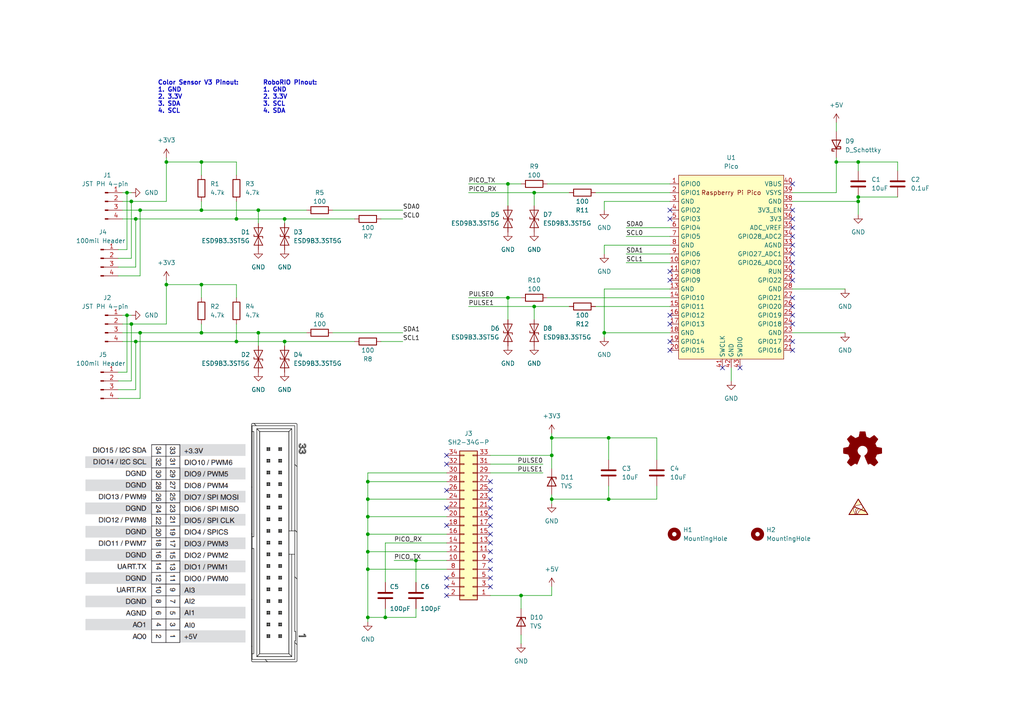
<source format=kicad_sch>
(kicad_sch (version 20211123) (generator eeschema)
  (paper "A4")
  (title_block (title "MXP Pi Pico I2C Breakout"))
  (lib_symbols
    (symbol "Connector:Conn_01x04_Male" (pin_names (offset 1.016) hide)
      (property "Reference" "J" (at 0 5.08 0))
      (property "Value" "Conn_01x04_Male" (at 0 -7.62 0))
      (symbol "Conn_01x04_Male_1_1"
        (polyline (pts (xy 1.27 -5.08) (xy 0.8636 -5.08)) (stroke (width 0.1524)))
        (polyline (pts (xy 1.27 -2.54) (xy 0.8636 -2.54)) (stroke (width 0.1524)))
        (polyline (pts (xy 1.27 0) (xy 0.8636 0)) (stroke (width 0.1524)))
        (polyline (pts (xy 1.27 2.54) (xy 0.8636 2.54)) (stroke (width 0.1524)))
        (rectangle (start 0.8636 -4.953) (end 0 -5.207) (stroke (width 0.1524)) (fill (type outline)))
        (rectangle (start 0.8636 -2.413) (end 0 -2.667) (stroke (width 0.1524)) (fill (type outline)))
        (rectangle (start 0.8636 0.127) (end 0 -0.127) (stroke (width 0.1524)) (fill (type outline)))
        (rectangle (start 0.8636 2.667) (end 0 2.413) (stroke (width 0.1524)) (fill (type outline)))
        (pin passive line (at 5.08 2.54 180) (length 3.81) (name "Pin_1") (number "1"))
        (pin passive line (at 5.08 0 180) (length 3.81) (name "Pin_2") (number "2"))
        (pin passive line (at 5.08 -2.54 180) (length 3.81) (name "Pin_3") (number "3"))
        (pin passive line (at 5.08 -5.08 180) (length 3.81) (name "Pin_4") (number "4"))
      )
    )
    (symbol "Connector_Generic:Conn_02x17_Odd_Even" (pin_names (offset 1.016) hide)
      (property "Reference" "J" (at 1.27 22.86 0))
      (property "Value" "Conn_02x17_Odd_Even" (at 1.27 -22.86 0))
      (symbol "Conn_02x17_Odd_Even_1_1"
        (rectangle (start -1.27 -20.193) (end 0 -20.447) (stroke (width 0.1524)))
        (rectangle (start -1.27 -17.653) (end 0 -17.907) (stroke (width 0.1524)))
        (rectangle (start -1.27 -15.113) (end 0 -15.367) (stroke (width 0.1524)))
        (rectangle (start -1.27 -12.573) (end 0 -12.827) (stroke (width 0.1524)))
        (rectangle (start -1.27 -10.033) (end 0 -10.287) (stroke (width 0.1524)))
        (rectangle (start -1.27 -7.493) (end 0 -7.747) (stroke (width 0.1524)))
        (rectangle (start -1.27 -4.953) (end 0 -5.207) (stroke (width 0.1524)))
        (rectangle (start -1.27 -2.413) (end 0 -2.667) (stroke (width 0.1524)))
        (rectangle (start -1.27 0.127) (end 0 -0.127) (stroke (width 0.1524)))
        (rectangle (start -1.27 2.667) (end 0 2.413) (stroke (width 0.1524)))
        (rectangle (start -1.27 5.207) (end 0 4.953) (stroke (width 0.1524)))
        (rectangle (start -1.27 7.747) (end 0 7.493) (stroke (width 0.1524)))
        (rectangle (start -1.27 10.287) (end 0 10.033) (stroke (width 0.1524)))
        (rectangle (start -1.27 12.827) (end 0 12.573) (stroke (width 0.1524)))
        (rectangle (start -1.27 15.367) (end 0 15.113) (stroke (width 0.1524)))
        (rectangle (start -1.27 17.907) (end 0 17.653) (stroke (width 0.1524)))
        (rectangle (start -1.27 20.447) (end 0 20.193) (stroke (width 0.1524)))
        (rectangle (start -1.27 21.59) (end 3.81 -21.59) (stroke (width 0.254)) (fill (type background)))
        (rectangle (start 3.81 -20.193) (end 2.54 -20.447) (stroke (width 0.1524)))
        (rectangle (start 3.81 -17.653) (end 2.54 -17.907) (stroke (width 0.1524)))
        (rectangle (start 3.81 -15.113) (end 2.54 -15.367) (stroke (width 0.1524)))
        (rectangle (start 3.81 -12.573) (end 2.54 -12.827) (stroke (width 0.1524)))
        (rectangle (start 3.81 -10.033) (end 2.54 -10.287) (stroke (width 0.1524)))
        (rectangle (start 3.81 -7.493) (end 2.54 -7.747) (stroke (width 0.1524)))
        (rectangle (start 3.81 -4.953) (end 2.54 -5.207) (stroke (width 0.1524)))
        (rectangle (start 3.81 -2.413) (end 2.54 -2.667) (stroke (width 0.1524)))
        (rectangle (start 3.81 0.127) (end 2.54 -0.127) (stroke (width 0.1524)))
        (rectangle (start 3.81 2.667) (end 2.54 2.413) (stroke (width 0.1524)))
        (rectangle (start 3.81 5.207) (end 2.54 4.953) (stroke (width 0.1524)))
        (rectangle (start 3.81 7.747) (end 2.54 7.493) (stroke (width 0.1524)))
        (rectangle (start 3.81 10.287) (end 2.54 10.033) (stroke (width 0.1524)))
        (rectangle (start 3.81 12.827) (end 2.54 12.573) (stroke (width 0.1524)))
        (rectangle (start 3.81 15.367) (end 2.54 15.113) (stroke (width 0.1524)))
        (rectangle (start 3.81 17.907) (end 2.54 17.653) (stroke (width 0.1524)))
        (rectangle (start 3.81 20.447) (end 2.54 20.193) (stroke (width 0.1524)))
        (pin passive line (at -5.08 20.32 0) (length 3.81) (name "Pin_1") (number "1"))
        (pin passive line (at 7.62 10.16 180) (length 3.81) (name "Pin_10") (number "10"))
        (pin passive line (at -5.08 7.62 0) (length 3.81) (name "Pin_11") (number "11"))
        (pin passive line (at 7.62 7.62 180) (length 3.81) (name "Pin_12") (number "12"))
        (pin passive line (at -5.08 5.08 0) (length 3.81) (name "Pin_13") (number "13"))
        (pin passive line (at 7.62 5.08 180) (length 3.81) (name "Pin_14") (number "14"))
        (pin passive line (at -5.08 2.54 0) (length 3.81) (name "Pin_15") (number "15"))
        (pin passive line (at 7.62 2.54 180) (length 3.81) (name "Pin_16") (number "16"))
        (pin passive line (at -5.08 0 0) (length 3.81) (name "Pin_17") (number "17"))
        (pin passive line (at 7.62 0 180) (length 3.81) (name "Pin_18") (number "18"))
        (pin passive line (at -5.08 -2.54 0) (length 3.81) (name "Pin_19") (number "19"))
        (pin passive line (at 7.62 20.32 180) (length 3.81) (name "Pin_2") (number "2"))
        (pin passive line (at 7.62 -2.54 180) (length 3.81) (name "Pin_20") (number "20"))
        (pin passive line (at -5.08 -5.08 0) (length 3.81) (name "Pin_21") (number "21"))
        (pin passive line (at 7.62 -5.08 180) (length 3.81) (name "Pin_22") (number "22"))
        (pin passive line (at -5.08 -7.62 0) (length 3.81) (name "Pin_23") (number "23"))
        (pin passive line (at 7.62 -7.62 180) (length 3.81) (name "Pin_24") (number "24"))
        (pin passive line (at -5.08 -10.16 0) (length 3.81) (name "Pin_25") (number "25"))
        (pin passive line (at 7.62 -10.16 180) (length 3.81) (name "Pin_26") (number "26"))
        (pin passive line (at -5.08 -12.7 0) (length 3.81) (name "Pin_27") (number "27"))
        (pin passive line (at 7.62 -12.7 180) (length 3.81) (name "Pin_28") (number "28"))
        (pin passive line (at -5.08 -15.24 0) (length 3.81) (name "Pin_29") (number "29"))
        (pin passive line (at -5.08 17.78 0) (length 3.81) (name "Pin_3") (number "3"))
        (pin passive line (at 7.62 -15.24 180) (length 3.81) (name "Pin_30") (number "30"))
        (pin passive line (at -5.08 -17.78 0) (length 3.81) (name "Pin_31") (number "31"))
        (pin passive line (at 7.62 -17.78 180) (length 3.81) (name "Pin_32") (number "32"))
        (pin passive line (at -5.08 -20.32 0) (length 3.81) (name "Pin_33") (number "33"))
        (pin passive line (at 7.62 -20.32 180) (length 3.81) (name "Pin_34") (number "34"))
        (pin passive line (at 7.62 17.78 180) (length 3.81) (name "Pin_4") (number "4"))
        (pin passive line (at -5.08 15.24 0) (length 3.81) (name "Pin_5") (number "5"))
        (pin passive line (at 7.62 15.24 180) (length 3.81) (name "Pin_6") (number "6"))
        (pin passive line (at -5.08 12.7 0) (length 3.81) (name "Pin_7") (number "7"))
        (pin passive line (at 7.62 12.7 180) (length 3.81) (name "Pin_8") (number "8"))
        (pin passive line (at -5.08 10.16 0) (length 3.81) (name "Pin_9") (number "9"))
      )
    )
    (symbol "Device:C" (pin_numbers hide) (pin_names (offset 0.254))
      (property "Reference" "C" (at 0.635 2.54 0))
      (property "Value" "C" (at 0.635 -2.54 0))
      (symbol "C_0_1"
        (polyline (pts (xy -2.032 -0.762) (xy 2.032 -0.762)) (stroke (width 0.508)))
        (polyline (pts (xy -2.032 0.762) (xy 2.032 0.762)) (stroke (width 0.508)))
      )
      (symbol "C_1_1"
        (pin passive line (at 0 3.81 270) (length 2.794) (name "~") (number "1"))
        (pin passive line (at 0 -3.81 90) (length 2.794) (name "~") (number "2"))
      )
    )
    (symbol "Device:D_Schottky" (pin_numbers hide) (pin_names (offset 1.016) hide)
      (property "Reference" "D" (at 0 2.54 0))
      (property "Value" "D_Schottky" (at 0 -2.54 0))
      (symbol "D_Schottky_0_1"
        (polyline (pts (xy 1.27 0) (xy -1.27 0)))
        (polyline (pts (xy 1.27 1.27) (xy 1.27 -1.27) (xy -1.27 0) (xy 1.27 1.27)) (stroke (width 0.254)))
        (polyline (pts (xy -1.905 0.635) (xy -1.905 1.27) (xy -1.27 1.27) (xy -1.27 -1.27) (xy -0.635 -1.27) (xy -0.635 -0.635)) (stroke (width 0.254)))
      )
      (symbol "D_Schottky_1_1"
        (pin passive line (at -3.81 0 0) (length 2.54) (name "K") (number "1"))
        (pin passive line (at 3.81 0 180) (length 2.54) (name "A") (number "2"))
      )
    )
    (symbol "Device:D_Zener" (pin_numbers hide) (pin_names (offset 1.016) hide)
      (property "Reference" "D" (at 0 2.54 0))
      (property "Value" "D_Zener" (at 0 -2.54 0))
      (symbol "D_Zener_0_1"
        (polyline (pts (xy 1.27 0) (xy -1.27 0)))
        (polyline (pts (xy -1.27 -1.27) (xy -1.27 1.27) (xy -0.762 1.27)) (stroke (width 0.254)))
        (polyline (pts (xy 1.27 -1.27) (xy 1.27 1.27) (xy -1.27 0) (xy 1.27 -1.27)) (stroke (width 0.254)))
      )
      (symbol "D_Zener_1_1"
        (pin passive line (at -3.81 0 0) (length 2.54) (name "K") (number "1"))
        (pin passive line (at 3.81 0 180) (length 2.54) (name "A") (number "2"))
      )
    )
    (symbol "Device:R" (pin_numbers hide) (pin_names (offset 0))
      (property "Reference" "R" (at 2.032 0 90))
      (property "Value" "R" (at 0 0 90))
      (symbol "R_0_1"
        (rectangle (start -1.016 -2.54) (end 1.016 2.54) (stroke (width 0.254)))
      )
      (symbol "R_1_1"
        (pin passive line (at 0 3.81 270) (length 1.27) (name "~") (number "1"))
        (pin passive line (at 0 -3.81 90) (length 1.27) (name "~") (number "2"))
      )
    )
    (symbol "Diode:ESD9B3.3ST5G" (pin_numbers hide) (pin_names (offset 1.016) hide)
      (property "Reference" "D" (at 0 2.54 0))
      (property "Value" "ESD9B3.3ST5G" (at 0 -2.54 0))
      (symbol "ESD9B3.3ST5G_0_1"
        (polyline (pts (xy 1.27 0) (xy -1.27 0)))
        (polyline (pts (xy -2.54 -1.27) (xy 0 0) (xy -2.54 1.27) (xy -2.54 -1.27)) (stroke (width 0.2032)))
        (polyline (pts (xy 0.508 1.27) (xy 0 1.27) (xy 0 -1.27) (xy -0.508 -1.27)) (stroke (width 0.2032)))
        (polyline (pts (xy 2.54 1.27) (xy 2.54 -1.27) (xy 0 0) (xy 2.54 1.27)) (stroke (width 0.2032)))
      )
      (symbol "ESD9B3.3ST5G_1_1"
        (pin passive line (at -3.81 0 0) (length 2.54) (name "A1") (number "1"))
        (pin passive line (at 3.81 0 180) (length 2.54) (name "A2") (number "2"))
      )
    )
    (symbol "Graphic:Logo_Open_Hardware_Small" (pin_names (offset 1.016))
      (symbol "Logo_Open_Hardware_Small_0_1"
        (polyline (pts (xy 3.3528 -4.3434) (xy 3.302 -4.318) (xy 3.175 -4.2418) (xy 2.9972 -4.1148) (xy 2.7686 -3.9624) (xy 2.54 -3.81) (xy 2.3622 -3.7084) (xy 2.2352 -3.6068) (xy 2.1844 -3.5814) (xy 2.159 -3.6068) (xy 2.0574 -3.6576) (xy 1.905 -3.7338) (xy 1.8034 -3.7846) (xy 1.6764 -3.8354) (xy 1.6002 -3.8354) (xy 1.6002 -3.8354) (xy 1.5494 -3.7338) (xy 1.4732 -3.5306) (xy 1.3462 -3.302) (xy 1.2446 -3.0226) (xy 1.1176 -2.7178) (xy 0.9652 -2.413) (xy 0.8636 -2.1082) (xy 0.7366 -1.8288) (xy 0.6604 -1.6256) (xy 0.6096 -1.4732) (xy 0.5842 -1.397) (xy 0.5842 -1.397) (xy 0.6604 -1.3208) (xy 0.7874 -1.2446) (xy 1.0414 -1.016) (xy 1.2954 -0.6858) (xy 1.4478 -0.3302) (xy 1.524 0.0762) (xy 1.4732 0.4572) (xy 1.3208 0.8128) (xy 1.0668 1.143) (xy 0.762 1.3716) (xy 0.4064 1.524) (xy 0 1.5748) (xy -0.381 1.5494) (xy -0.7366 1.397) (xy -1.0668 1.143) (xy -1.2192 0.9906) (xy -1.397 0.6604) (xy -1.524 0.3048) (xy -1.524 0.2286) (xy -1.4986 -0.1778) (xy -1.397 -0.5334) (xy -1.1938 -0.8636) (xy -0.9144 -1.143) (xy -0.8636 -1.1684) (xy -0.7366 -1.27) (xy -0.635 -1.3462) (xy -0.5842 -1.397) (xy -1.0668 -2.5908) (xy -1.143 -2.794) (xy -1.2954 -3.1242) (xy -1.397 -3.4036) (xy -1.4986 -3.6322) (xy -1.5748 -3.7846) (xy -1.6002 -3.8354) (xy -1.6002 -3.8354) (xy -1.651 -3.8354) (xy -1.7272 -3.81) (xy -1.905 -3.7338) (xy -2.0066 -3.683) (xy -2.1336 -3.6068) (xy -2.2098 -3.5814) (xy -2.2606 -3.6068) (xy -2.3622 -3.683) (xy -2.54 -3.81) (xy -2.7686 -3.9624) (xy -2.9718 -4.0894) (xy -3.1496 -4.2164) (xy -3.302 -4.318) (xy -3.3528 -4.3434) (xy -3.3782 -4.3434) (xy -3.429 -4.318) (xy -3.5306 -4.2164) (xy -3.7084 -4.064) (xy -3.937 -3.8354) (xy -3.9624 -3.81) (xy -4.1656 -3.6068) (xy -4.318 -3.4544) (xy -4.4196 -3.3274) (xy -4.445 -3.2766) (xy -4.445 -3.2766) (xy -4.4196 -3.2258) (xy -4.318 -3.0734) (xy -4.2164 -2.8956) (xy -4.064 -2.667) (xy -3.6576 -2.0828) (xy -3.8862 -1.5494) (xy -3.937 -1.3716) (xy -4.0386 -1.1684) (xy -4.0894 -1.0414) (xy -4.1148 -0.9652) (xy -4.191 -0.9398) (xy -4.318 -0.9144) (xy -4.5466 -0.8636) (xy -4.8006 -0.8128) (xy -5.0546 -0.7874) (xy -5.2578 -0.7366) (xy -5.4356 -0.7112) (xy -5.5118 -0.6858) (xy -5.5118 -0.6858) (xy -5.5372 -0.635) (xy -5.5372 -0.5588) (xy -5.5372 -0.4318) (xy -5.5626 -0.2286) (xy -5.5626 0.0762) (xy -5.5626 0.127) (xy -5.5372 0.4064) (xy -5.5372 0.635) (xy -5.5372 0.762) (xy -5.5372 0.8382) (xy -5.5372 0.8382) (xy -5.461 0.8382) (xy -5.3086 0.889) (xy -5.08 0.9144) (xy -4.826 0.9652) (xy -4.8006 0.9906) (xy -4.5466 1.0414) (xy -4.318 1.0668) (xy -4.1656 1.1176) (xy -4.0894 1.143) (xy -4.0894 1.143) (xy -4.0386 1.2446) (xy -3.9624 1.4224) (xy -3.8608 1.6256) (xy -3.7846 1.8288) (xy -3.7084 2.0066) (xy -3.6576 2.159) (xy -3.6322 2.2098) (xy -3.6322 2.2098) (xy -3.683 2.286) (xy -3.7592 2.413) (xy -3.8862 2.5908) (xy -4.064 2.8194) (xy -4.064 2.8448) (xy -4.2164 3.0734) (xy -4.3434 3.2512) (xy -4.4196 3.3782) (xy -4.445 3.4544) (xy -4.445 3.4544) (xy -4.3942 3.5052) (xy -4.2926 3.6322) (xy -4.1148 3.81) (xy -3.937 4.0132) (xy -3.8608 4.064) (xy -3.6576 4.2926) (xy -3.5052 4.4196) (xy -3.4036 4.4958) (xy -3.3528 4.5212) (xy -3.3528 4.5212) (xy -3.302 4.4704) (xy -3.1496 4.3688) (xy -2.9718 4.2418) (xy -2.7432 4.0894) (xy -2.7178 4.0894) (xy -2.4892 3.937) (xy -2.3114 3.81) (xy -2.1844 3.7084) (xy -2.1336 3.683) (xy -2.1082 3.683) (xy -2.032 3.7084) (xy -1.8542 3.7592) (xy -1.6764 3.8354) (xy -1.4732 3.937) (xy -1.27 4.0132) (xy -1.143 4.064) (xy -1.0668 4.1148) (xy -1.0668 4.1148) (xy -1.0414 4.191) (xy -1.016 4.3434) (xy -0.9652 4.572) (xy -0.9144 4.8514) (xy -0.889 4.9022) (xy -0.8382 5.1562) (xy -0.8128 5.3848) (xy -0.7874 5.5372) (xy -0.762 5.588) (xy -0.7112 5.6134) (xy -0.5842 5.6134) (xy -0.4064 5.6134) (xy -0.1524 5.6134) (xy 0.0762 5.6134) (xy 0.3302 5.6134) (xy 0.5334 5.6134) (xy 0.6858 5.588) (xy 0.7366 5.588) (xy 0.7366 5.588) (xy 0.762 5.5118) (xy 0.8128 5.334) (xy 0.8382 5.1054) (xy 0.9144 4.826) (xy 0.9144 4.7752) (xy 0.9652 4.5212) (xy 1.016 4.2926) (xy 1.0414 4.1402) (xy 1.0668 4.0894) (xy 1.0668 4.0894) (xy 1.1938 4.0386) (xy 1.3716 3.9624) (xy 1.5748 3.8608) (xy 2.0828 3.6576) (xy 2.7178 4.0894) (xy 2.7686 4.1402) (xy 2.9972 4.2926) (xy 3.175 4.4196) (xy 3.302 4.4958) (xy 3.3782 4.5212) (xy 3.3782 4.5212) (xy 3.429 4.4704) (xy 3.556 4.3434) (xy 3.7338 4.191) (xy 3.9116 3.9878) (xy 4.064 3.8354) (xy 4.2418 3.6576) (xy 4.3434 3.556) (xy 4.4196 3.4798) (xy 4.4196 3.429) (xy 4.4196 3.4036) (xy 4.3942 3.3274) (xy 4.2926 3.2004) (xy 4.1656 2.9972) (xy 4.0132 2.794) (xy 3.8862 2.5908) (xy 3.7592 2.3876) (xy 3.6576 2.2352) (xy 3.6322 2.159) (xy 3.6322 2.1336) (xy 3.683 2.0066) (xy 3.7592 1.8288) (xy 3.8608 1.6002) (xy 4.064 1.1176) (xy 4.3942 1.0414) (xy 4.5974 1.016) (xy 4.8768 0.9652) (xy 5.1308 0.9144) (xy 5.5372 0.8382) (xy 5.5626 -0.6604) (xy 5.4864 -0.6858) (xy 5.4356 -0.6858) (xy 5.2832 -0.7366) (xy 5.0546 -0.762) (xy 4.8006 -0.8128) (xy 4.5974 -0.8636) (xy 4.3688 -0.9144) (xy 4.2164 -0.9398) (xy 4.1402 -0.9398) (xy 4.1148 -0.9652) (xy 4.064 -1.0668) (xy 3.9878 -1.2446) (xy 3.9116 -1.4478) (xy 3.81 -1.651) (xy 3.7338 -1.8542) (xy 3.683 -2.0066) (xy 3.6576 -2.0828) (xy 3.683 -2.1336) (xy 3.7846 -2.2606) (xy 3.8862 -2.4638) (xy 4.0386 -2.667) (xy 4.191 -2.8956) (xy 4.318 -3.0734) (xy 4.3942 -3.2004) (xy 4.445 -3.2766) (xy 4.4196 -3.3274) (xy 4.3434 -3.429) (xy 4.1656 -3.5814) (xy 3.937 -3.8354) (xy 3.8862 -3.8608) (xy 3.683 -4.064) (xy 3.5306 -4.2164) (xy 3.4036 -4.318) (xy 3.3528 -4.3434)) (fill (type outline)))
      )
    )
    (symbol "Graphic:SYM_ESD_Small" (pin_names (offset 1.016))
      (symbol "SYM_ESD_Small_0_0"
        (polyline (pts (xy -1.27 0.381) (xy 2.159 -1.016)) (stroke (width 0.254)))
        (polyline (pts (xy -2.667 -1.905) (xy 2.794 -1.905) (xy 0 2.54) (xy -2.667 -1.905)) (stroke (width 0.254)))
        (polyline (pts (xy 2.7432 -1.905) (xy 2.7178 -1.8796) (xy 2.6162 -1.6764) (xy 2.5654 -1.6002) (xy 2.4892 -1.4986) (xy 2.4384 -1.3716) (xy 1.7526 -0.2286) (xy 1.7018 -0.127) (xy 1.6256 -0.0508) (xy 1.6002 0.0508) (xy 1.5494 0.1016) (xy 1.4986 0.2032) (xy 1.4732 0.2286) (xy 1.4732 0.2032) (xy 1.4478 0.2032) (xy 1.3208 0.0762) (xy 1.2954 0.0254) (xy 1.2954 -0.0254) (xy 1.27 -0.0762) (xy 1.2446 -0.1524) (xy 1.143 -0.254) (xy 1.0922 -0.3302) (xy 1.0414 -0.3556) (xy 0.9144 -0.4826) (xy 0.762 -0.5842) (xy 0.6604 -0.6604) (xy 0.508 -0.762) (xy 0.4572 -0.8128) (xy 0.3556 -0.8636) (xy 0.3048 -0.9144) (xy 0.2286 -0.9652) (xy 0.0762 -1.1938) (xy 0.0254 -1.2954) (xy -0.0254 -1.4224) (xy -0.0508 -1.4986) (xy -0.1016 -1.5748) (xy -0.127 -1.651) (xy -0.1778 -1.6764) (xy -0.2032 -1.7272) (xy -0.254 -1.7526) (xy -0.4064 -1.7526) (xy -0.4064 -1.7272) (xy -0.4572 -1.7018) (xy -0.4826 -1.6256) (xy -0.508 -1.524) (xy -0.508 -1.0922) (xy -0.4572 -0.889) (xy -0.4064 -0.8128) (xy -0.254 -0.6604) (xy -0.2032 -0.5842) (xy -0.127 -0.5334) (xy -0.1016 -0.4826) (xy -0.0762 -0.4064) (xy -0.0508 -0.3556) (xy -0.0254 -0.3302) (xy -0.0254 -0.2794) (xy 0 -0.2286) (xy -0.0762 -0.1524) (xy -0.127 -0.127) (xy -0.1524 -0.0762) (xy -0.2032 -0.0508) (xy -0.2286 -0.0254) (xy -0.254 -0.0254) (xy -0.3048 -0.0762) (xy -0.3556 -0.1016) (xy -0.4318 -0.127) (xy -0.4826 -0.1524) (xy -0.5588 -0.2286) (xy -0.6096 -0.254) (xy -0.8382 -0.4826) (xy -0.8128 -0.5588) (xy -0.7874 -0.5842) (xy -0.7874 -0.8636) (xy -0.8128 -0.889) (xy -0.8128 -0.9652) (xy -0.762 -1.016) (xy -0.762 -1.0414) (xy -0.6604 -1.2954) (xy -0.6604 -1.5748) (xy -0.6858 -1.6002) (xy -0.6858 -1.6256) (xy -0.7366 -1.7018) (xy -0.8382 -1.7526) (xy -0.9144 -1.7526) (xy -0.9398 -1.7272) (xy -0.9652 -1.6764) (xy -1.016 -1.6002) (xy -1.0414 -1.524) (xy -1.143 -1.27) (xy -1.2192 -1.0414) (xy -1.27 -0.9652) (xy -1.2954 -0.889) (xy -1.3208 -0.8382) (xy -1.3208 -0.8128) (xy -1.3716 -0.7112) (xy -1.397 -0.5842) (xy -1.397 -0.4826) (xy -1.3716 -0.381) (xy -1.3208 -0.254) (xy -1.2954 -0.2032) (xy -1.1938 -0.0508) (xy -1.0414 0.1524) (xy -0.9906 0.2032) (xy -0.9652 0.254) (xy -0.9144 0.3302) (xy -0.889 0.381) (xy -0.8636 0.381) (xy -0.8128 0.508) (xy -0.6096 0.7112) (xy -0.5334 0.7366) (xy -0.508 0.762) (xy -0.4318 0.762) (xy -0.3556 0.7874) (xy -0.2286 0.8128) (xy -0.1016 0.8128) (xy 0.0508 0.8382) (xy 0.2032 0.8382) (xy 0.3048 0.8636) (xy 0.4826 0.8636) (xy 0.5334 0.889) (xy 0.5842 0.889) (xy 0.6858 0.9398) (xy 0.7112 0.9652) (xy 0.762 0.9906) (xy 0.8128 1.0414) (xy 0.8636 1.0668) (xy 0.889 1.1176) (xy 0.9144 1.143) (xy 0.9144 1.1938) (xy 0.889 1.2192) (xy 0.8636 1.27) (xy 0.8128 1.3462) (xy 0.7112 1.5494) (xy 0.635 1.651) (xy 0.5842 1.7526) (xy 0.508 1.8796) (xy 0.4572 1.9558) (xy 0.381 2.0828) (xy 0.3048 2.1844) (xy 0.254 2.286) (xy 0.2032 2.3622) (xy 0.1778 2.4384) (xy 0.1016 2.5146) (xy 0.1016 2.54) (xy 0.0762 2.5654) (xy 0.0762 2.5908) (xy 0.0254 2.5908) (xy 0.0254 2.5654) (xy -0.0254 2.5146) (xy -0.1016 2.3622) (xy -0.254 2.1336) (xy -0.3048 2.032) (xy -0.4572 1.778) (xy -0.5588 1.6256) (xy -0.762 1.27) (xy -0.889 1.0668) (xy -1.016 0.8382) (xy -1.1684 0.6096) (xy -1.3208 0.3302) (xy -1.397 0.2032) (xy -1.524 -0.0254) (xy -1.778 -0.4318) (xy -1.8796 -0.635) (xy -2.0066 -0.8128) (xy -2.1082 -0.9906) (xy -2.2098 -1.143) (xy -2.286 -1.2954) (xy -2.4384 -1.5494) (xy -2.4892 -1.651) (xy -2.5654 -1.7526) (xy -2.5908 -1.8288) (xy -2.6162 -1.8796) (xy -2.6416 -1.905) (xy -2.6416 -1.9304) (xy 2.7432 -1.9304) (xy 2.7432 -1.905)) (stroke (width 0.127)) (fill (type background)))
      )
    )
    (symbol "Mechanical:MountingHole" (pin_names (offset 1.016))
      (property "Reference" "H" (at 0 5.08 0))
      (property "Value" "MountingHole" (at 0 3.175 0))
      (symbol "MountingHole_0_1"
        (circle (center 0 0) (radius 1.27) (stroke (width 1.27)))
      )
    )
    (symbol "PiPico:Pico"
      (property "Reference" "U" (at -13.97 27.94 0))
      (property "Value" "Pico" (at 0 19.05 0))
      (symbol "Pico_0_0"
        (text "Raspberry Pi Pico" (at 0 21.59 0) (effects (font (size 1.27 1.27))))
      )
      (symbol "Pico_0_1"
        (rectangle (start -15.24 26.67) (end 15.24 -26.67) (fill (type background)))
      )
      (symbol "Pico_1_1"
        (pin bidirectional line (at -17.78 24.13 0) (length 2.54) (name "GPIO0") (number "1"))
        (pin bidirectional line (at -17.78 1.27 0) (length 2.54) (name "GPIO7") (number "10"))
        (pin bidirectional line (at -17.78 -1.27 0) (length 2.54) (name "GPIO8") (number "11"))
        (pin bidirectional line (at -17.78 -3.81 0) (length 2.54) (name "GPIO9") (number "12"))
        (pin power_in line (at -17.78 -6.35 0) (length 2.54) (name "GND") (number "13"))
        (pin bidirectional line (at -17.78 -8.89 0) (length 2.54) (name "GPIO10") (number "14"))
        (pin bidirectional line (at -17.78 -11.43 0) (length 2.54) (name "GPIO11") (number "15"))
        (pin bidirectional line (at -17.78 -13.97 0) (length 2.54) (name "GPIO12") (number "16"))
        (pin bidirectional line (at -17.78 -16.51 0) (length 2.54) (name "GPIO13") (number "17"))
        (pin power_in line (at -17.78 -19.05 0) (length 2.54) (name "GND") (number "18"))
        (pin bidirectional line (at -17.78 -21.59 0) (length 2.54) (name "GPIO14") (number "19"))
        (pin bidirectional line (at -17.78 21.59 0) (length 2.54) (name "GPIO1") (number "2"))
        (pin bidirectional line (at -17.78 -24.13 0) (length 2.54) (name "GPIO15") (number "20"))
        (pin bidirectional line (at 17.78 -24.13 180) (length 2.54) (name "GPIO16") (number "21"))
        (pin bidirectional line (at 17.78 -21.59 180) (length 2.54) (name "GPIO17") (number "22"))
        (pin power_in line (at 17.78 -19.05 180) (length 2.54) (name "GND") (number "23"))
        (pin bidirectional line (at 17.78 -16.51 180) (length 2.54) (name "GPIO18") (number "24"))
        (pin bidirectional line (at 17.78 -13.97 180) (length 2.54) (name "GPIO19") (number "25"))
        (pin bidirectional line (at 17.78 -11.43 180) (length 2.54) (name "GPIO20") (number "26"))
        (pin bidirectional line (at 17.78 -8.89 180) (length 2.54) (name "GPIO21") (number "27"))
        (pin power_in line (at 17.78 -6.35 180) (length 2.54) (name "GND") (number "28"))
        (pin bidirectional line (at 17.78 -3.81 180) (length 2.54) (name "GPIO22") (number "29"))
        (pin power_in line (at -17.78 19.05 0) (length 2.54) (name "GND") (number "3"))
        (pin input line (at 17.78 -1.27 180) (length 2.54) (name "RUN") (number "30"))
        (pin bidirectional line (at 17.78 1.27 180) (length 2.54) (name "GPIO26_ADC0") (number "31"))
        (pin bidirectional line (at 17.78 3.81 180) (length 2.54) (name "GPIO27_ADC1") (number "32"))
        (pin power_in line (at 17.78 6.35 180) (length 2.54) (name "AGND") (number "33"))
        (pin bidirectional line (at 17.78 8.89 180) (length 2.54) (name "GPIO28_ADC2") (number "34"))
        (pin power_in line (at 17.78 11.43 180) (length 2.54) (name "ADC_VREF") (number "35"))
        (pin power_in line (at 17.78 13.97 180) (length 2.54) (name "3V3") (number "36"))
        (pin input line (at 17.78 16.51 180) (length 2.54) (name "3V3_EN") (number "37"))
        (pin bidirectional line (at 17.78 19.05 180) (length 2.54) (name "GND") (number "38"))
        (pin power_in line (at 17.78 21.59 180) (length 2.54) (name "VSYS") (number "39"))
        (pin bidirectional line (at -17.78 16.51 0) (length 2.54) (name "GPIO2") (number "4"))
        (pin power_in line (at 17.78 24.13 180) (length 2.54) (name "VBUS") (number "40"))
        (pin input line (at -2.54 -29.21 90) (length 2.54) (name "SWCLK") (number "41"))
        (pin power_in line (at 0 -29.21 90) (length 2.54) (name "GND") (number "42"))
        (pin bidirectional line (at 2.54 -29.21 90) (length 2.54) (name "SWDIO") (number "43"))
        (pin bidirectional line (at -17.78 13.97 0) (length 2.54) (name "GPIO3") (number "5"))
        (pin bidirectional line (at -17.78 11.43 0) (length 2.54) (name "GPIO4") (number "6"))
        (pin bidirectional line (at -17.78 8.89 0) (length 2.54) (name "GPIO5") (number "7"))
        (pin power_in line (at -17.78 6.35 0) (length 2.54) (name "GND") (number "8"))
        (pin bidirectional line (at -17.78 3.81 0) (length 2.54) (name "GPIO6") (number "9"))
      )
    )
    (symbol "power:+3.3V" (power) (pin_names (offset 0))
      (property "Value" "+3.3V" (at 0 3.556 0))
      (symbol "+3.3V_0_1"
        (polyline (pts (xy -0.762 1.27) (xy 0 2.54)))
        (polyline (pts (xy 0 0) (xy 0 2.54)))
        (polyline (pts (xy 0 2.54) (xy 0.762 1.27)))
      )
      (symbol "+3.3V_1_1"
        (pin power_in line (at 0 0 90) (length 0) hide (name "+3V3") (number "1"))
      )
    )
    (symbol "power:+5V" (power) (pin_names (offset 0))
      (property "Value" "+5V" (at 0 3.556 0))
      (symbol "+5V_0_1"
        (polyline (pts (xy -0.762 1.27) (xy 0 2.54)))
        (polyline (pts (xy 0 0) (xy 0 2.54)))
        (polyline (pts (xy 0 2.54) (xy 0.762 1.27)))
      )
      (symbol "+5V_1_1"
        (pin power_in line (at 0 0 90) (length 0) hide (name "+5V") (number "1"))
      )
    )
    (symbol "power:GND" (power) (pin_names (offset 0))
      (property "Value" "GND" (at 0 -3.81 0))
      (symbol "GND_0_1"
        (polyline (pts (xy 0 0) (xy 0 -1.27) (xy 1.27 -1.27) (xy 0 -2.54) (xy -1.27 -1.27) (xy 0 -1.27)))
      )
      (symbol "GND_1_1"
        (pin power_in line (at 0 0 270) (length 0) hide (name "GND") (number "1"))
      )
    )
  )
  (junction (at 242.57 46.99))
  (junction (at 176.53 127))
  (junction (at 106.68 179.07))
  (junction (at 106.68 154.94))
  (junction (at 39.37 63.5))
  (junction (at 36.83 91.44))
  (junction (at 74.93 96.52))
  (junction (at 106.68 149.86))
  (junction (at 154.94 55.88))
  (junction (at 48.26 46.99))
  (junction (at 147.32 53.34))
  (junction (at 111.76 179.07))
  (junction (at 106.68 139.7))
  (junction (at 160.02 127))
  (junction (at 39.37 99.06))
  (junction (at 68.58 63.5))
  (junction (at 40.64 60.96))
  (junction (at 68.58 99.06))
  (junction (at 38.1 93.98))
  (junction (at 120.65 162.56))
  (junction (at 74.93 60.96))
  (junction (at 248.92 58.42))
  (junction (at 175.26 96.52))
  (junction (at 176.53 144.78))
  (junction (at 106.68 160.02))
  (junction (at 154.94 88.9))
  (junction (at 147.32 86.36))
  (junction (at 58.42 82.55))
  (junction (at 38.1 58.42))
  (junction (at 58.42 96.52))
  (junction (at 106.68 165.1))
  (junction (at 82.55 63.5))
  (junction (at 58.42 46.99))
  (junction (at 151.13 172.72))
  (junction (at 160.02 132.08))
  (junction (at 248.92 57.15))
  (junction (at 58.42 60.96))
  (junction (at 40.64 96.52))
  (junction (at 248.92 46.99))
  (junction (at 36.83 55.88))
  (junction (at 48.26 82.55))
  (junction (at 160.02 144.78))
  (junction (at 82.55 99.06))
  (junction (at 106.68 144.78))
  (no_connect (at 209.55 106.68))
  (no_connect (at 214.63 106.68))
  (no_connect (at 129.54 147.32))
  (no_connect (at 129.54 152.4))
  (no_connect (at 142.24 144.78))
  (no_connect (at 142.24 147.32))
  (no_connect (at 129.54 134.62))
  (no_connect (at 129.54 132.08))
  (no_connect (at 142.24 142.24))
  (no_connect (at 142.24 139.7))
  (no_connect (at 129.54 142.24))
  (no_connect (at 194.31 81.28))
  (no_connect (at 194.31 78.74))
  (no_connect (at 194.31 60.96))
  (no_connect (at 194.31 63.5))
  (no_connect (at 194.31 101.6))
  (no_connect (at 194.31 99.06))
  (no_connect (at 229.87 71.12))
  (no_connect (at 229.87 66.04))
  (no_connect (at 229.87 68.58))
  (no_connect (at 229.87 73.66))
  (no_connect (at 229.87 63.5))
  (no_connect (at 229.87 78.74))
  (no_connect (at 229.87 86.36))
  (no_connect (at 229.87 81.28))
  (no_connect (at 229.87 76.2))
  (no_connect (at 229.87 93.98))
  (no_connect (at 229.87 91.44))
  (no_connect (at 229.87 88.9))
  (no_connect (at 194.31 93.98))
  (no_connect (at 194.31 91.44))
  (no_connect (at 229.87 53.34))
  (no_connect (at 229.87 60.96))
  (no_connect (at 229.87 99.06))
  (no_connect (at 229.87 101.6))
  (no_connect (at 142.24 170.18))
  (no_connect (at 142.24 165.1))
  (no_connect (at 142.24 167.64))
  (no_connect (at 142.24 162.56))
  (no_connect (at 142.24 154.94))
  (no_connect (at 142.24 157.48))
  (no_connect (at 142.24 160.02))
  (no_connect (at 142.24 152.4))
  (no_connect (at 142.24 149.86))
  (no_connect (at 129.54 167.64))
  (no_connect (at 129.54 170.18))
  (no_connect (at 129.54 172.72))
  (wire (pts (xy 58.42 86.36) (xy 58.42 82.55)))
  (wire (pts (xy 96.52 96.52) (xy 116.84 96.52)))
  (wire (pts (xy 106.68 139.7) (xy 106.68 144.78)))
  (wire (pts (xy 68.58 63.5) (xy 68.58 58.42)))
  (wire (pts (xy 34.29 80.01) (xy 40.64 80.01)))
  (wire (pts (xy 40.64 96.52) (xy 58.42 96.52)))
  (wire (pts (xy 212.09 106.68) (xy 212.09 110.49)))
  (wire (pts (xy 120.65 179.07) (xy 111.76 179.07)))
  (wire (pts (xy 135.89 86.36) (xy 147.32 86.36)))
  (wire (pts (xy 135.89 55.88) (xy 154.94 55.88)))
  (wire (pts (xy 229.87 83.82) (xy 245.11 83.82)))
  (wire (pts (xy 176.53 140.97) (xy 176.53 144.78)))
  (wire (pts (xy 110.49 63.5) (xy 116.84 63.5)))
  (wire (pts (xy 248.92 58.42) (xy 248.92 62.23)))
  (wire (pts (xy 181.61 66.04) (xy 194.31 66.04)))
  (wire (pts (xy 68.58 82.55) (xy 58.42 82.55)))
  (wire (pts (xy 58.42 46.99) (xy 48.26 46.99)))
  (wire (pts (xy 106.68 154.94) (xy 129.54 154.94)))
  (wire (pts (xy 175.26 96.52) (xy 194.31 96.52)))
  (wire (pts (xy 36.83 72.39) (xy 36.83 55.88)))
  (wire (pts (xy 58.42 60.96) (xy 74.93 60.96)))
  (wire (pts (xy 34.29 77.47) (xy 39.37 77.47)))
  (wire (pts (xy 120.65 162.56) (xy 129.54 162.56)))
  (wire (pts (xy 40.64 80.01) (xy 40.64 60.96)))
  (wire (pts (xy 35.56 96.52) (xy 40.64 96.52)))
  (wire (pts (xy 106.68 144.78) (xy 129.54 144.78)))
  (wire (pts (xy 39.37 63.5) (xy 68.58 63.5)))
  (wire (pts (xy 106.68 137.16) (xy 129.54 137.16)))
  (wire (pts (xy 48.26 58.42) (xy 48.26 46.99)))
  (wire (pts (xy 35.56 93.98) (xy 38.1 93.98)))
  (wire (pts (xy 120.65 168.91) (xy 120.65 162.56)))
  (wire (pts (xy 82.55 63.5) (xy 102.87 63.5)))
  (wire (pts (xy 142.24 134.62) (xy 157.48 134.62)))
  (wire (pts (xy 147.32 86.36) (xy 151.13 86.36)))
  (wire (pts (xy 58.42 82.55) (xy 48.26 82.55)))
  (wire (pts (xy 151.13 184.15) (xy 151.13 186.69)))
  (wire (pts (xy 68.58 46.99) (xy 58.42 46.99)))
  (wire (pts (xy 38.1 58.42) (xy 48.26 58.42)))
  (wire (pts (xy 68.58 86.36) (xy 68.58 82.55)))
  (wire (pts (xy 40.64 60.96) (xy 58.42 60.96)))
  (wire (pts (xy 34.29 115.57) (xy 40.64 115.57)))
  (wire (pts (xy 142.24 132.08) (xy 160.02 132.08)))
  (wire (pts (xy 147.32 92.71) (xy 147.32 86.36)))
  (wire (pts (xy 106.68 165.1) (xy 106.68 179.07)))
  (wire (pts (xy 74.93 60.96) (xy 74.93 64.77)))
  (wire (pts (xy 160.02 132.08) (xy 160.02 135.89)))
  (wire (pts (xy 48.26 82.55) (xy 48.26 81.28)))
  (wire (pts (xy 176.53 127) (xy 176.53 133.35)))
  (wire (pts (xy 38.1 93.98) (xy 38.1 110.49)))
  (wire (pts (xy 68.58 99.06) (xy 82.55 99.06)))
  (wire (pts (xy 106.68 149.86) (xy 106.68 154.94)))
  (wire (pts (xy 158.75 86.36) (xy 194.31 86.36)))
  (wire (pts (xy 142.24 137.16) (xy 157.48 137.16)))
  (wire (pts (xy 181.61 76.2) (xy 194.31 76.2)))
  (wire (pts (xy 68.58 63.5) (xy 82.55 63.5)))
  (wire (pts (xy 175.26 71.12) (xy 194.31 71.12)))
  (wire (pts (xy 135.89 53.34) (xy 147.32 53.34)))
  (wire (pts (xy 111.76 157.48) (xy 129.54 157.48)))
  (wire (pts (xy 248.92 57.15) (xy 248.92 58.42)))
  (wire (pts (xy 154.94 55.88) (xy 165.1 55.88)))
  (wire (pts (xy 68.58 99.06) (xy 68.58 93.98)))
  (wire (pts (xy 40.64 96.52) (xy 40.64 115.57)))
  (wire (pts (xy 48.26 93.98) (xy 48.26 82.55)))
  (wire (pts (xy 160.02 132.08) (xy 160.02 127)))
  (wire (pts (xy 74.93 60.96) (xy 88.9 60.96)))
  (wire (pts (xy 111.76 176.53) (xy 111.76 179.07)))
  (wire (pts (xy 106.68 144.78) (xy 106.68 149.86)))
  (wire (pts (xy 106.68 139.7) (xy 129.54 139.7)))
  (wire (pts (xy 82.55 99.06) (xy 102.87 99.06)))
  (wire (pts (xy 34.29 113.03) (xy 39.37 113.03)))
  (wire (pts (xy 106.68 179.07) (xy 106.68 180.34)))
  (wire (pts (xy 58.42 50.8) (xy 58.42 46.99)))
  (wire (pts (xy 34.29 74.93) (xy 38.1 74.93)))
  (wire (pts (xy 154.94 92.71) (xy 154.94 88.9)))
  (wire (pts (xy 190.5 140.97) (xy 190.5 144.78)))
  (wire (pts (xy 242.57 35.56) (xy 242.57 38.1)))
  (wire (pts (xy 135.89 88.9) (xy 154.94 88.9)))
  (wire (pts (xy 35.56 60.96) (xy 40.64 60.96)))
  (wire (pts (xy 48.26 46.99) (xy 48.26 45.72)))
  (wire (pts (xy 111.76 179.07) (xy 106.68 179.07)))
  (wire (pts (xy 38.1 74.93) (xy 38.1 58.42)))
  (wire (pts (xy 160.02 127) (xy 160.02 125.73)))
  (wire (pts (xy 175.26 96.52) (xy 175.26 97.79)))
  (wire (pts (xy 190.5 127) (xy 176.53 127)))
  (wire (pts (xy 106.68 154.94) (xy 106.68 160.02)))
  (wire (pts (xy 35.56 99.06) (xy 39.37 99.06)))
  (wire (pts (xy 175.26 83.82) (xy 175.26 96.52)))
  (wire (pts (xy 194.31 83.82) (xy 175.26 83.82)))
  (wire (pts (xy 39.37 77.47) (xy 39.37 63.5)))
  (wire (pts (xy 160.02 144.78) (xy 176.53 144.78)))
  (wire (pts (xy 181.61 73.66) (xy 194.31 73.66)))
  (wire (pts (xy 142.24 172.72) (xy 151.13 172.72)))
  (wire (pts (xy 158.75 53.34) (xy 194.31 53.34)))
  (wire (pts (xy 248.92 49.53) (xy 248.92 46.99)))
  (wire (pts (xy 242.57 46.99) (xy 242.57 55.88)))
  (wire (pts (xy 147.32 53.34) (xy 151.13 53.34)))
  (wire (pts (xy 176.53 127) (xy 160.02 127)))
  (wire (pts (xy 111.76 168.91) (xy 111.76 157.48)))
  (wire (pts (xy 35.56 91.44) (xy 36.83 91.44)))
  (wire (pts (xy 74.93 96.52) (xy 74.93 100.33)))
  (wire (pts (xy 106.68 160.02) (xy 129.54 160.02)))
  (wire (pts (xy 106.68 160.02) (xy 106.68 165.1)))
  (wire (pts (xy 172.72 88.9) (xy 194.31 88.9)))
  (wire (pts (xy 154.94 59.69) (xy 154.94 55.88)))
  (wire (pts (xy 260.35 46.99) (xy 248.92 46.99)))
  (wire (pts (xy 194.31 58.42) (xy 175.26 58.42)))
  (wire (pts (xy 36.83 55.88) (xy 38.1 55.88)))
  (wire (pts (xy 68.58 50.8) (xy 68.58 46.99)))
  (wire (pts (xy 74.93 96.52) (xy 88.9 96.52)))
  (wire (pts (xy 35.56 55.88) (xy 36.83 55.88)))
  (wire (pts (xy 36.83 91.44) (xy 36.83 107.95)))
  (wire (pts (xy 147.32 59.69) (xy 147.32 53.34)))
  (wire (pts (xy 229.87 55.88) (xy 242.57 55.88)))
  (wire (pts (xy 106.68 149.86) (xy 129.54 149.86)))
  (wire (pts (xy 82.55 63.5) (xy 82.55 64.77)))
  (wire (pts (xy 82.55 99.06) (xy 82.55 100.33)))
  (wire (pts (xy 175.26 71.12) (xy 175.26 73.66)))
  (wire (pts (xy 151.13 172.72) (xy 160.02 172.72)))
  (wire (pts (xy 39.37 99.06) (xy 68.58 99.06)))
  (wire (pts (xy 229.87 96.52) (xy 245.11 96.52)))
  (wire (pts (xy 34.29 110.49) (xy 38.1 110.49)))
  (wire (pts (xy 260.35 49.53) (xy 260.35 46.99)))
  (wire (pts (xy 58.42 96.52) (xy 58.42 93.98)))
  (wire (pts (xy 190.5 144.78) (xy 176.53 144.78)))
  (wire (pts (xy 120.65 176.53) (xy 120.65 179.07)))
  (wire (pts (xy 35.56 58.42) (xy 38.1 58.42)))
  (wire (pts (xy 181.61 68.58) (xy 194.31 68.58)))
  (wire (pts (xy 34.29 72.39) (xy 36.83 72.39)))
  (wire (pts (xy 172.72 55.88) (xy 194.31 55.88)))
  (wire (pts (xy 154.94 88.9) (xy 165.1 88.9)))
  (wire (pts (xy 34.29 107.95) (xy 36.83 107.95)))
  (wire (pts (xy 106.68 165.1) (xy 129.54 165.1)))
  (wire (pts (xy 96.52 60.96) (xy 116.84 60.96)))
  (wire (pts (xy 106.68 137.16) (xy 106.68 139.7)))
  (wire (pts (xy 242.57 45.72) (xy 242.57 46.99)))
  (wire (pts (xy 114.3 162.56) (xy 120.65 162.56)))
  (wire (pts (xy 160.02 144.78) (xy 160.02 146.05)))
  (wire (pts (xy 36.83 91.44) (xy 38.1 91.44)))
  (wire (pts (xy 110.49 99.06) (xy 116.84 99.06)))
  (wire (pts (xy 38.1 93.98) (xy 48.26 93.98)))
  (wire (pts (xy 160.02 170.18) (xy 160.02 172.72)))
  (wire (pts (xy 242.57 46.99) (xy 248.92 46.99)))
  (wire (pts (xy 151.13 172.72) (xy 151.13 176.53)))
  (wire (pts (xy 175.26 58.42) (xy 175.26 60.96)))
  (wire (pts (xy 58.42 60.96) (xy 58.42 58.42)))
  (wire (pts (xy 229.87 58.42) (xy 248.92 58.42)))
  (wire (pts (xy 248.92 57.15) (xy 260.35 57.15)))
  (wire (pts (xy 35.56 63.5) (xy 39.37 63.5)))
  (wire (pts (xy 39.37 99.06) (xy 39.37 113.03)))
  (wire (pts (xy 160.02 143.51) (xy 160.02 144.78)))
  (wire (pts (xy 190.5 127) (xy 190.5 133.35)))
  (wire (pts (xy 58.42 96.52) (xy 74.93 96.52)))
  (image (at 57.15 156.21) (scale 1.34259))
  (text "RoboRIO Pinout:\n1. GND\n2. 3.3V\n3. SCL\n4. SDA" (at 76.2 33.02 0) (effects (font (size 1.27 1.27) (thickness 0.254) bold) (justify left bottom)))
  (text "Color Sensor V3 Pinout:\n1. GND\n2. 3.3V\n3. SDA\n4. SCL" (at 45.72 33.02 0) (effects (font (size 1.27 1.27) (thickness 0.254) bold) (justify left bottom)))
  (label "SCL1" (at 116.84 99.06 0))
  (label "SDA0" (at 181.61 66.04 0))
  (label "PICO_RX" (at 114.3 157.48 0))
  (label "SCL1" (at 181.61 76.2 0))
  (label "SDA0" (at 116.84 60.96 0))
  (label "PICO_RX" (at 135.89 55.88 0))
  (label "PICO_TX" (at 135.89 53.34 0))
  (label "PULSE1" (at 135.89 88.9 0))
  (label "PULSE1" (at 157.48 137.16 180))
  (label "SCL0" (at 181.61 68.58 0))
  (label "SCL0" (at 116.84 63.5 0))
  (label "PICO_TX" (at 114.3 162.56 0))
  (label "PULSE0" (at 157.48 134.62 180))
  (label "SDA1" (at 116.84 96.52 0))
  (label "SDA1" (at 181.61 73.66 0))
  (label "PULSE0" (at 135.89 86.36 0))
  (symbol (lib_id "Connector:Conn_01x04_Male") (at 30.48 93.98 0) (unit 1)
    (property "Reference" "J2" (at 31.115 86.36 0))
    (property "Value" "JST PH 4-pin" (at 30.48 88.9 0))
    (property "Footprint" "Connector_JST:JST_PH_B4B-PH-K_1x04_P2.00mm_Vertical" (effects hide))
  )
  (symbol (lib_id "Device:D_Schottky") (at 242.57 41.91 90) (unit 1)
    (property "Reference" "D9" (at 245.11 40.9574 90) (effects (justify right)))
    (property "Value" "D_Schottky" (at 245.11 43.4974 90) (effects (justify right)))
    (property "Footprint" "Diode_SMD:D_SMA" (effects hide))
  )
  (symbol (lib_id "Device:C") (at 248.92 53.34 0) (unit 1)
    (property "Reference" "C1" (at 252.73 52.0699 0) (effects (justify left)))
    (property "Value" "10uF" (at 252.73 54.6099 0) (effects (justify left)))
    (property "Footprint" "Resistor_SMD:R_0805_2012Metric" (effects hide))
  )
  (symbol (lib_id "power:GND") (at 38.1 55.88 90) (unit 1)
    (property "Reference" "#PWR01" (effects hide))
    (property "Value" "GND" (at 41.91 55.8799 90) (effects (justify right)))
  )
  (symbol (lib_id "power:GND") (at 147.32 100.33 0) (unit 1)
    (property "Reference" "#PWR011" (effects hide))
    (property "Value" "GND" (at 147.32 105.41 0))
  )
  (symbol (lib_id "Device:C") (at 260.35 53.34 0) (unit 1)
    (property "Reference" "C2" (at 264.16 52.0699 0) (effects (justify left)))
    (property "Value" "0.1uF" (at 264.16 54.6099 0) (effects (justify left)))
    (property "Footprint" "Resistor_SMD:R_0603_1608Metric" (effects hide))
  )
  (symbol (lib_id "power:+3.3V") (at 160.02 125.73 0) (unit 1)
    (property "Reference" "#PWR024" (effects hide))
    (property "Value" "+3.3V" (at 160.02 120.65 0))
  )
  (symbol (lib_id "power:GND") (at 74.93 72.39 0) (unit 1)
    (property "Reference" "#PWR05" (effects hide))
    (property "Value" "GND" (at 74.93 77.47 0))
  )
  (symbol (lib_id "Device:C") (at 111.76 172.72 0) (unit 1)
    (property "Reference" "C5" (at 113.03 170.18 0) (effects (justify left)))
    (property "Value" "100pF" (at 113.03 176.53 0) (effects (justify left)))
    (property "Footprint" "Capacitor_SMD:C_0402_1005Metric" (effects hide))
  )
  (symbol (lib_id "Device:C") (at 190.5 137.16 0) (unit 1)
    (property "Reference" "C4" (at 194.31 135.8899 0) (effects (justify left)))
    (property "Value" "10uF" (at 194.31 138.4299 0) (effects (justify left)))
    (property "Footprint" "Resistor_SMD:R_0805_2012Metric" (effects hide))
  )
  (symbol (lib_id "power:GND") (at 175.26 73.66 0) (unit 1)
    (property "Reference" "#PWR016" (effects hide))
    (property "Value" "GND" (at 175.26 78.74 0))
  )
  (symbol (lib_id "Device:R") (at 154.94 53.34 90) (unit 1)
    (property "Reference" "R9" (at 154.94 48.26 90))
    (property "Value" "100" (at 154.94 50.8 90))
    (property "Footprint" "Resistor_SMD:R_0603_1608Metric" (effects hide))
  )
  (symbol (lib_id "Device:R") (at 92.71 60.96 90) (unit 1)
    (property "Reference" "R5" (at 92.71 55.88 90))
    (property "Value" "100" (at 92.71 58.42 90))
    (property "Footprint" "Resistor_SMD:R_0603_1608Metric" (effects hide))
  )
  (symbol (lib_id "power:GND") (at 212.09 110.49 0) (unit 1)
    (property "Reference" "#PWR018" (effects hide))
    (property "Value" "GND" (at 212.09 115.57 0))
  )
  (symbol (lib_id "Diode:ESD9B3.3ST5G") (at 82.55 104.14 270) (unit 1)
    (property "Reference" "D4" (at 85.09 102.87 90) (effects (justify left)))
    (property "Value" "ESD9B3.3ST5G" (at 85.09 105.41 90) (effects (justify left)))
    (property "Footprint" "Diode_SMD:D_SOD-923" (effects hide))
    (property "Datasheet" "https://www.onsemi.com/pub/Collateral/ESD9B-D.PDF" (effects hide))
  )
  (symbol (lib_id "Connector:Conn_01x04_Male") (at 30.48 58.42 0) (unit 1)
    (property "Reference" "J1" (at 31.115 50.8 0))
    (property "Value" "JST PH 4-pin" (at 30.48 53.34 0))
    (property "Footprint" "Connector_JST:JST_PH_B4B-PH-K_1x04_P2.00mm_Vertical" (effects hide))
  )
  (symbol (lib_id "power:GND") (at 151.13 186.69 0) (unit 1)
    (property "Reference" "#PWR023" (effects hide))
    (property "Value" "GND" (at 151.13 191.77 0))
  )
  (symbol (lib_id "power:+3.3V") (at 48.26 45.72 0) (unit 1)
    (property "Reference" "#PWR03" (effects hide))
    (property "Value" "+3.3V" (at 48.26 40.64 0))
  )
  (symbol (lib_id "power:GND") (at 154.94 100.33 0) (unit 1)
    (property "Reference" "#PWR013" (effects hide))
    (property "Value" "GND" (at 154.94 105.41 0))
  )
  (symbol (lib_id "power:GND") (at 160.02 146.05 0) (unit 1)
    (property "Reference" "#PWR025" (effects hide))
    (property "Value" "GND" (at 160.02 151.13 0))
  )
  (symbol (lib_id "power:GND") (at 245.11 83.82 0) (unit 1)
    (property "Reference" "#PWR020" (effects hide))
    (property "Value" "GND" (at 245.11 88.9 0))
  )
  (symbol (lib_id "Device:R") (at 106.68 99.06 270) (unit 1)
    (property "Reference" "R8" (at 106.68 104.14 90))
    (property "Value" "100" (at 106.68 101.6 90))
    (property "Footprint" "Resistor_SMD:R_0603_1608Metric" (effects hide))
  )
  (symbol (lib_id "Diode:ESD9B3.3ST5G") (at 74.93 104.14 270) (unit 1)
    (property "Reference" "D2" (at 69.85 102.87 90) (effects (justify left)))
    (property "Value" "ESD9B3.3ST5G" (at 58.42 105.41 90) (effects (justify left)))
    (property "Footprint" "Diode_SMD:D_SOD-923" (effects hide))
    (property "Datasheet" "https://www.onsemi.com/pub/Collateral/ESD9B-D.PDF" (effects hide))
  )
  (symbol (lib_id "Mechanical:MountingHole") (at 219.71 154.94 0) (unit 1)
    (property "Reference" "H2" (at 222.25 153.6699 0) (effects (justify left)))
    (property "Value" "MountingHole" (at 222.25 156.2099 0) (effects (justify left)))
    (property "Footprint" "MountingHole:MountingHole_3.2mm_M3_ISO7380_Pad" (effects hide))
  )
  (symbol (lib_id "Device:R") (at 68.58 54.61 0) (unit 1)
    (property "Reference" "R3" (at 71.12 53.3399 0) (effects (justify left)))
    (property "Value" "4.7k" (at 71.12 55.8799 0) (effects (justify left)))
    (property "Footprint" "Resistor_SMD:R_0603_1608Metric" (effects hide))
  )
  (symbol (lib_id "Diode:ESD9B3.3ST5G") (at 154.94 96.52 270) (unit 1)
    (property "Reference" "D8" (at 157.48 95.25 90) (effects (justify left)))
    (property "Value" "ESD9B3.3ST5G" (at 157.48 97.79 90) (effects (justify left)))
    (property "Footprint" "Diode_SMD:D_SOD-923" (effects hide))
    (property "Datasheet" "https://www.onsemi.com/pub/Collateral/ESD9B-D.PDF" (effects hide))
  )
  (symbol (lib_id "power:GND") (at 82.55 107.95 0) (unit 1)
    (property "Reference" "#PWR08" (effects hide))
    (property "Value" "GND" (at 82.55 113.03 0))
  )
  (symbol (lib_id "Device:R") (at 68.58 90.17 0) (unit 1)
    (property "Reference" "R4" (at 71.12 88.8999 0) (effects (justify left)))
    (property "Value" "4.7k" (at 71.12 91.4399 0) (effects (justify left)))
    (property "Footprint" "Resistor_SMD:R_0603_1608Metric" (effects hide))
  )
  (symbol (lib_id "Device:R") (at 58.42 54.61 0) (unit 1)
    (property "Reference" "R1" (at 60.96 53.3399 0) (effects (justify left)))
    (property "Value" "4.7k" (at 60.96 55.8799 0) (effects (justify left)))
    (property "Footprint" "Resistor_SMD:R_0603_1608Metric" (effects hide))
  )
  (symbol (lib_id "Device:R") (at 58.42 90.17 0) (unit 1)
    (property "Reference" "R2" (at 60.96 88.8999 0) (effects (justify left)))
    (property "Value" "4.7k" (at 60.96 91.4399 0) (effects (justify left)))
    (property "Footprint" "Resistor_SMD:R_0603_1608Metric" (effects hide))
  )
  (symbol (lib_id "Graphic:SYM_ESD_Small") (at 248.92 147.32 0) (unit 1)
    (property "Reference" "#SYM1" (effects hide))
    (property "Value" "SYM_ESD_Small" (effects hide))
    (property "Footprint" "Symbol:ESD-Logo_6.6x6mm_SilkScreen" (effects hide))
  )
  (symbol (lib_id "Diode:ESD9B3.3ST5G") (at 82.55 68.58 270) (unit 1)
    (property "Reference" "D3" (at 85.09 67.31 90) (effects (justify left)))
    (property "Value" "ESD9B3.3ST5G" (at 85.09 69.85 90) (effects (justify left)))
    (property "Footprint" "Diode_SMD:D_SOD-923" (effects hide))
    (property "Datasheet" "https://www.onsemi.com/pub/Collateral/ESD9B-D.PDF" (effects hide))
  )
  (symbol (lib_id "Device:D_Zener") (at 160.02 139.7 270) (unit 1)
    (property "Reference" "D11" (at 162.56 138.4299 90) (effects (justify left)))
    (property "Value" "TVS" (at 162.56 140.9699 90) (effects (justify left)))
    (property "Footprint" "Diode_SMD:D_SOD-323" (effects hide))
  )
  (symbol (lib_id "Device:C") (at 176.53 137.16 0) (unit 1)
    (property "Reference" "C3" (at 180.34 135.8899 0) (effects (justify left)))
    (property "Value" "10uF" (at 180.34 138.4299 0) (effects (justify left)))
    (property "Footprint" "Resistor_SMD:R_0805_2012Metric" (effects hide))
  )
  (symbol (lib_id "power:GND") (at 82.55 72.39 0) (unit 1)
    (property "Reference" "#PWR07" (effects hide))
    (property "Value" "GND" (at 82.55 77.47 0))
  )
  (symbol (lib_id "Diode:ESD9B3.3ST5G") (at 147.32 63.5 270) (unit 1)
    (property "Reference" "D5" (at 142.24 62.23 90) (effects (justify left)))
    (property "Value" "ESD9B3.3ST5G" (at 130.81 64.77 90) (effects (justify left)))
    (property "Footprint" "Diode_SMD:D_SOD-923" (effects hide))
    (property "Datasheet" "https://www.onsemi.com/pub/Collateral/ESD9B-D.PDF" (effects hide))
  )
  (symbol (lib_id "Device:R") (at 168.91 88.9 270) (unit 1)
    (property "Reference" "R12" (at 168.91 93.98 90))
    (property "Value" "100" (at 168.91 91.44 90))
    (property "Footprint" "Resistor_SMD:R_0603_1608Metric" (effects hide))
  )
  (symbol (lib_id "Diode:ESD9B3.3ST5G") (at 154.94 63.5 270) (unit 1)
    (property "Reference" "D7" (at 157.48 62.23 90) (effects (justify left)))
    (property "Value" "ESD9B3.3ST5G" (at 157.48 64.77 90) (effects (justify left)))
    (property "Footprint" "Diode_SMD:D_SOD-923" (effects hide))
    (property "Datasheet" "https://www.onsemi.com/pub/Collateral/ESD9B-D.PDF" (effects hide))
  )
  (symbol (lib_id "Mechanical:MountingHole") (at 195.58 154.94 0) (unit 1)
    (property "Reference" "H1" (at 198.12 153.6699 0) (effects (justify left)))
    (property "Value" "MountingHole" (at 198.12 156.2099 0) (effects (justify left)))
    (property "Footprint" "MountingHole:MountingHole_3.2mm_M3_ISO7380_Pad" (effects hide))
  )
  (symbol (lib_id "Graphic:Logo_Open_Hardware_Small") (at 250.19 130.81 0) (unit 1)
    (property "Reference" "#LOGO1" (effects hide))
    (property "Value" "Logo_Open_Hardware_Small" (effects hide))
    (property "Footprint" "Symbol:OSHW-Symbol_6.7x6mm_SilkScreen" (effects hide))
  )
  (symbol (lib_id "power:GND") (at 154.94 67.31 0) (unit 1)
    (property "Reference" "#PWR012" (effects hide))
    (property "Value" "GND" (at 154.94 72.39 0))
  )
  (symbol (lib_id "Diode:ESD9B3.3ST5G") (at 74.93 68.58 270) (unit 1)
    (property "Reference" "D1" (at 69.85 67.31 90) (effects (justify left)))
    (property "Value" "ESD9B3.3ST5G" (at 58.42 69.85 90) (effects (justify left)))
    (property "Footprint" "Diode_SMD:D_SOD-923" (effects hide))
    (property "Datasheet" "https://www.onsemi.com/pub/Collateral/ESD9B-D.PDF" (effects hide))
  )
  (symbol (lib_id "power:GND") (at 38.1 91.44 90) (unit 1)
    (property "Reference" "#PWR02" (effects hide))
    (property "Value" "GND" (at 41.91 91.4399 90) (effects (justify right)))
  )
  (symbol (lib_id "power:GND") (at 147.32 67.31 0) (unit 1)
    (property "Reference" "#PWR010" (effects hide))
    (property "Value" "GND" (at 147.32 72.39 0))
  )
  (symbol (lib_id "Device:C") (at 120.65 172.72 0) (unit 1)
    (property "Reference" "C6" (at 121.92 170.18 0) (effects (justify left)))
    (property "Value" "100pF" (at 121.92 176.53 0) (effects (justify left)))
    (property "Footprint" "Capacitor_SMD:C_0402_1005Metric" (effects hide))
  )
  (symbol (lib_id "Connector:Conn_01x04_Male") (at 29.21 110.49 0) (unit 1)
    (property "Reference" "J5" (at 29.845 102.87 0))
    (property "Value" "100mil Header" (at 29.21 105.41 0))
    (property "Footprint" "Connector_PinHeader_2.54mm:PinHeader_1x04_P2.54mm_Vertical" (effects hide))
    (property "DNP" "DNP" (effects hide))
  )
  (symbol (lib_id "Device:R") (at 168.91 55.88 270) (unit 1)
    (property "Reference" "R11" (at 168.91 60.96 90))
    (property "Value" "100" (at 168.91 58.42 90))
    (property "Footprint" "Resistor_SMD:R_0603_1608Metric" (effects hide))
  )
  (symbol (lib_id "Device:D_Zener") (at 151.13 180.34 270) (unit 1)
    (property "Reference" "D10" (at 153.67 179.0699 90) (effects (justify left)))
    (property "Value" "TVS" (at 153.67 181.6099 90) (effects (justify left)))
    (property "Footprint" "Diode_SMD:D_SOD-323" (effects hide))
  )
  (symbol (lib_id "power:GND") (at 175.26 60.96 0) (unit 1)
    (property "Reference" "#PWR015" (effects hide))
    (property "Value" "GND" (at 175.26 66.04 0))
  )
  (symbol (lib_id "power:GND") (at 106.68 180.34 0) (unit 1)
    (property "Reference" "#PWR09" (effects hide))
    (property "Value" "GND" (at 106.68 185.42 0))
  )
  (symbol (lib_id "power:+3.3V") (at 48.26 81.28 0) (unit 1)
    (property "Reference" "#PWR04" (effects hide))
    (property "Value" "+3.3V" (at 48.26 76.2 0))
  )
  (symbol (lib_id "Device:R") (at 154.94 86.36 90) (unit 1)
    (property "Reference" "R10" (at 154.94 81.28 90))
    (property "Value" "100" (at 154.94 83.82 90))
    (property "Footprint" "Resistor_SMD:R_0603_1608Metric" (effects hide))
  )
  (symbol (lib_id "power:GND") (at 175.26 97.79 0) (unit 1)
    (property "Reference" "#PWR017" (effects hide))
    (property "Value" "GND" (at 175.26 102.87 0))
  )
  (symbol (lib_id "Connector:Conn_01x04_Male") (at 29.21 74.93 0) (unit 1)
    (property "Reference" "J4" (at 29.845 67.31 0))
    (property "Value" "100mil Header" (at 29.21 69.85 0))
    (property "Footprint" "Connector_PinHeader_2.54mm:PinHeader_1x04_P2.54mm_Vertical" (effects hide))
    (property "DNP" "DNP" (effects hide))
  )
  (symbol (lib_id "power:+5V") (at 242.57 35.56 0) (unit 1)
    (property "Reference" "#PWR019" (effects hide))
    (property "Value" "+5V" (at 242.57 30.48 0))
  )
  (symbol (lib_id "power:+5V") (at 160.02 170.18 0) (unit 1)
    (property "Reference" "#PWR014" (effects hide))
    (property "Value" "+5V" (at 160.02 165.1 0))
  )
  (symbol (lib_id "Diode:ESD9B3.3ST5G") (at 147.32 96.52 270) (unit 1)
    (property "Reference" "D6" (at 142.24 95.25 90) (effects (justify left)))
    (property "Value" "ESD9B3.3ST5G" (at 130.81 97.79 90) (effects (justify left)))
    (property "Footprint" "Diode_SMD:D_SOD-923" (effects hide))
    (property "Datasheet" "https://www.onsemi.com/pub/Collateral/ESD9B-D.PDF" (effects hide))
  )
  (symbol (lib_id "Device:R") (at 92.71 96.52 90) (unit 1)
    (property "Reference" "R6" (at 92.71 91.44 90))
    (property "Value" "100" (at 92.71 93.98 90))
    (property "Footprint" "Resistor_SMD:R_0603_1608Metric" (effects hide))
  )
  (symbol (lib_id "Connector_Generic:Conn_02x17_Odd_Even") (at 137.16 152.4 180) (unit 1)
    (property "Reference" "J3" (at 135.89 125.73 0))
    (property "Value" "SH2-34G-P" (at 135.89 128.27 0))
    (property "Footprint" "Connector_PinSocket_2.54mm:PinSocket_2x17_P2.54mm_Vertical" (effects hide))
    (property "Value2" "SFH11-PBPC-D17-ST-BK" (effects hide))
  )
  (symbol (lib_id "Device:R") (at 106.68 63.5 270) (unit 1)
    (property "Reference" "R7" (at 106.68 68.58 90))
    (property "Value" "100" (at 106.68 66.04 90))
    (property "Footprint" "Resistor_SMD:R_0603_1608Metric" (effects hide))
  )
  (symbol (lib_id "power:GND") (at 74.93 107.95 0) (unit 1)
    (property "Reference" "#PWR06" (effects hide))
    (property "Value" "GND" (at 74.93 113.03 0))
  )
  (symbol (lib_id "PiPico:Pico") (at 212.09 77.47 0) (unit 1)
    (property "Reference" "U1" (at 212.09 45.72 0))
    (property "Value" "Pico" (at 212.09 48.26 0))
    (property "Footprint" "Pi Pico:RPi_Pico_SMD_TH" (effects hide))
  )
  (symbol (lib_id "power:GND") (at 245.11 96.52 0) (unit 1)
    (property "Reference" "#PWR021" (effects hide))
    (property "Value" "GND" (at 245.11 101.6 0))
  )
  (symbol (lib_id "power:GND") (at 248.92 62.23 0) (unit 1)
    (property "Reference" "#PWR022" (effects hide))
    (property "Value" "GND" (at 248.92 67.31 0))
  )
)
</source>
